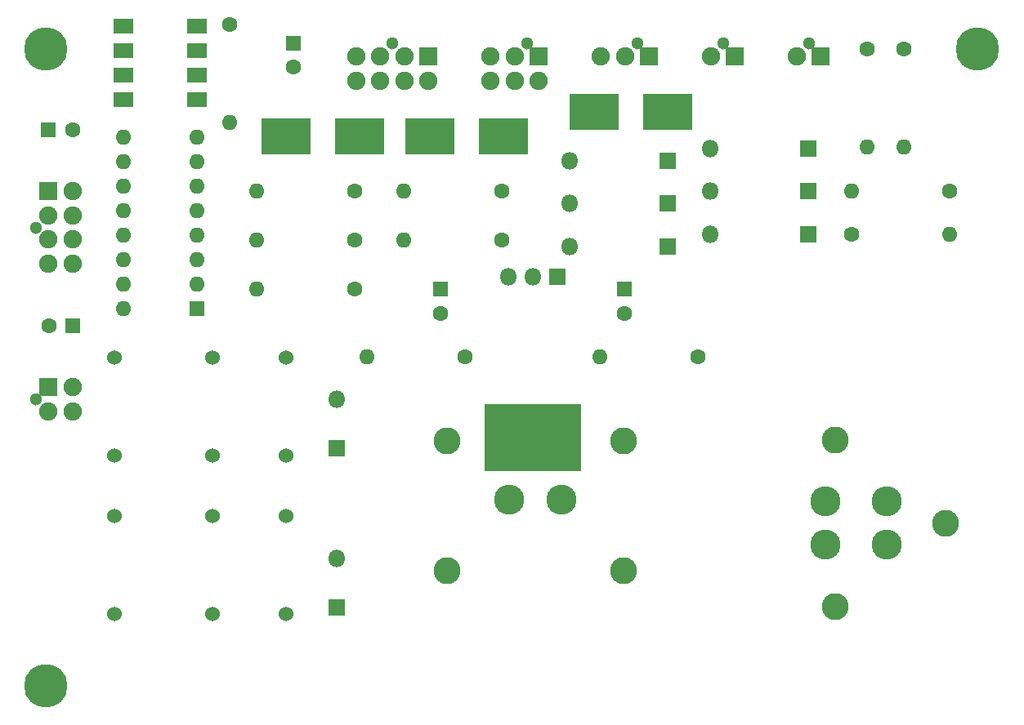
<source format=gbr>
G04 #@! TF.FileFunction,Soldermask,Top*
%FSLAX46Y46*%
G04 Gerber Fmt 4.6, Leading zero omitted, Abs format (unit mm)*
G04 Created by KiCad (PCBNEW 4.0.7) date 03/04/18 13:02:16*
%MOMM*%
%LPD*%
G01*
G04 APERTURE LIST*
%ADD10C,0.100000*%
%ADD11C,4.500000*%
%ADD12C,1.600000*%
%ADD13O,1.600000X1.600000*%
%ADD14R,1.800000X1.800000*%
%ADD15O,1.800000X1.800000*%
%ADD16R,1.900000X1.900000*%
%ADD17C,1.900000*%
%ADD18C,1.300000*%
%ADD19R,1.600000X1.600000*%
%ADD20C,2.790000*%
%ADD21C,3.120000*%
%ADD22R,10.000000X7.000000*%
%ADD23C,1.524000*%
%ADD24R,2.032000X1.524000*%
%ADD25R,5.080000X3.810000*%
G04 APERTURE END LIST*
D10*
D11*
X221996000Y-56388000D03*
D12*
X157480000Y-71120000D03*
D13*
X147320000Y-71120000D03*
D12*
X172720000Y-71120000D03*
D13*
X162560000Y-71120000D03*
D12*
X193040000Y-88265000D03*
D13*
X182880000Y-88265000D03*
D12*
X219075000Y-71120000D03*
D13*
X208915000Y-71120000D03*
D12*
X168910000Y-88265000D03*
D13*
X158750000Y-88265000D03*
D12*
X157480000Y-76200000D03*
D13*
X147320000Y-76200000D03*
D12*
X172720000Y-76200000D03*
D13*
X162560000Y-76200000D03*
D12*
X214376000Y-56388000D03*
D13*
X214376000Y-66548000D03*
D12*
X157480000Y-81280000D03*
D13*
X147320000Y-81280000D03*
D12*
X208915000Y-75565000D03*
D13*
X219075000Y-75565000D03*
D12*
X210566000Y-56388000D03*
D13*
X210566000Y-66548000D03*
D12*
X144526000Y-53848000D03*
D13*
X144526000Y-64008000D03*
D14*
X189865000Y-67945000D03*
D15*
X179705000Y-67945000D03*
D14*
X204470000Y-66675000D03*
D15*
X194310000Y-66675000D03*
D14*
X189865000Y-72390000D03*
D15*
X179705000Y-72390000D03*
D14*
X204470000Y-71120000D03*
D15*
X194310000Y-71120000D03*
D14*
X189865000Y-76835000D03*
D15*
X179705000Y-76835000D03*
D14*
X204470000Y-75565000D03*
D15*
X194310000Y-75565000D03*
D16*
X125730000Y-91440000D03*
D17*
X125730000Y-93940000D03*
X128230000Y-91440000D03*
X128230000Y-93940000D03*
D18*
X124390000Y-92690000D03*
D19*
X166370000Y-81280000D03*
D12*
X166370000Y-83780000D03*
D19*
X185420000Y-81280000D03*
D12*
X185420000Y-83780000D03*
D19*
X125730000Y-64770000D03*
D12*
X128230000Y-64770000D03*
D19*
X128270000Y-85090000D03*
D12*
X125770000Y-85090000D03*
D19*
X151130000Y-55753000D03*
D12*
X151130000Y-58253000D03*
D11*
X125476000Y-122428000D03*
X125476000Y-56388000D03*
D20*
X185315000Y-96980000D03*
X185315000Y-110490000D03*
X167005000Y-96980000D03*
D21*
X173435000Y-103090000D03*
X178885000Y-103090000D03*
D20*
X167005000Y-110490000D03*
D22*
X175895000Y-96670000D03*
D14*
X178435000Y-80010000D03*
D15*
X175895000Y-80010000D03*
X173355000Y-80010000D03*
D20*
X207264000Y-114187000D03*
X207264000Y-96887000D03*
D21*
X212594000Y-103312000D03*
X212594000Y-107762000D03*
X206244000Y-103312000D03*
X206244000Y-107762000D03*
D20*
X218694000Y-105537000D03*
D23*
X132588000Y-114935000D03*
X142748000Y-114935000D03*
X150368000Y-114935000D03*
X132588000Y-104775000D03*
X142748000Y-104775000D03*
X150368000Y-104775000D03*
X132588000Y-98552000D03*
X142748000Y-98552000D03*
X150368000Y-98552000D03*
X132588000Y-88392000D03*
X142748000Y-88392000D03*
X150368000Y-88392000D03*
D19*
X141097000Y-83312000D03*
D13*
X133477000Y-65532000D03*
X141097000Y-80772000D03*
X133477000Y-68072000D03*
X141097000Y-78232000D03*
X133477000Y-70612000D03*
X141097000Y-75692000D03*
X133477000Y-73152000D03*
X141097000Y-73152000D03*
X133477000Y-75692000D03*
X141097000Y-70612000D03*
X133477000Y-78232000D03*
X141097000Y-68072000D03*
X133477000Y-80772000D03*
X141097000Y-65532000D03*
X133477000Y-83312000D03*
D24*
X133477000Y-53975000D03*
X133477000Y-56515000D03*
X133477000Y-59055000D03*
X133477000Y-61595000D03*
X141097000Y-61595000D03*
X141097000Y-59055000D03*
X141097000Y-56515000D03*
X141097000Y-53975000D03*
D16*
X205740000Y-57150000D03*
D17*
X203240000Y-57150000D03*
D18*
X204490000Y-55810000D03*
D16*
X187960000Y-57150000D03*
D17*
X185460000Y-57150000D03*
X182960000Y-57150000D03*
D18*
X186710000Y-55810000D03*
D16*
X176530000Y-57150000D03*
D17*
X174030000Y-57150000D03*
X171530000Y-57150000D03*
X176530000Y-59650000D03*
X174030000Y-59650000D03*
X171530000Y-59650000D03*
D18*
X175280000Y-55810000D03*
D16*
X165100000Y-57150000D03*
D17*
X162600000Y-57150000D03*
X160100000Y-57150000D03*
X157600000Y-57150000D03*
X165100000Y-59650000D03*
X162600000Y-59650000D03*
X160100000Y-59650000D03*
X157600000Y-59650000D03*
D18*
X161350000Y-55810000D03*
D16*
X125730000Y-71120000D03*
D17*
X125730000Y-73620000D03*
X125730000Y-76120000D03*
X125730000Y-78620000D03*
X128230000Y-71120000D03*
X128230000Y-73620000D03*
X128230000Y-76120000D03*
X128230000Y-78620000D03*
D18*
X124390000Y-74870000D03*
D25*
X189865000Y-62865000D03*
X182245000Y-62865000D03*
X172847000Y-65405000D03*
X165227000Y-65405000D03*
X157988000Y-65405000D03*
X150368000Y-65405000D03*
D14*
X155575000Y-97790000D03*
D15*
X155575000Y-92710000D03*
D14*
X155575000Y-114300000D03*
D15*
X155575000Y-109220000D03*
D16*
X196850000Y-57150000D03*
D17*
X194350000Y-57150000D03*
D18*
X195600000Y-55810000D03*
M02*

</source>
